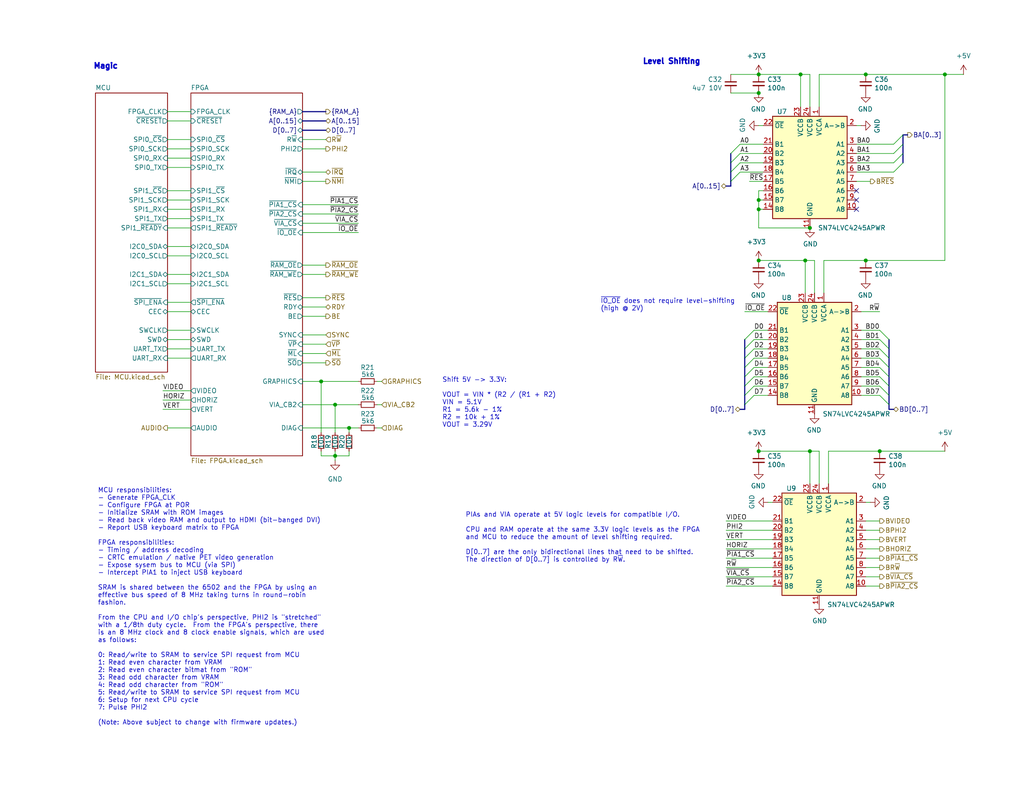
<source format=kicad_sch>
(kicad_sch (version 20231120) (generator "eeschema") (generator_version "8.0")
  (paper "A")
  (title_block (title "EconoPET 40/8096") (date "2023-10-01") (rev "A") (comment 1 "Unspecified resistors rated for 62.5mW or more") (comment 2 "Unspecified capacitors rated for 25V or more") (comment 3 "Signals with B-prefix are level-shifted from 3V3 to 5V"))
  (lib_symbols
    (symbol "Device:C_Small" (pin_numbers hide) (pin_names (offset 0.254) hide)
      (property "Reference" "C" (at 0.254 1.778 0))
      (property "Value" "C_Small" (at 0.254 -2.032 0))
      (symbol "C_Small_0_1"
        (polyline (pts (xy -1.524 -0.508) (xy 1.524 -0.508)) (stroke (width 0.3302)))
        (polyline (pts (xy -1.524 0.508) (xy 1.524 0.508)) (stroke (width 0.3048)))
      )
      (symbol "C_Small_1_1"
        (pin passive line (at 0 2.54 270) (length 2.032) (name "~") (number "1"))
        (pin passive line (at 0 -2.54 90) (length 2.032) (name "~") (number "2"))
      )
    )
    (symbol "Device:R_Small" (pin_numbers hide) (pin_names (offset 0.254) hide)
      (property "Reference" "R" (at 0.762 0.508 0))
      (property "Value" "R_Small" (at 0.762 -1.016 0))
      (symbol "R_Small_0_1"
        (rectangle (start -0.762 1.778) (end 0.762 -1.778) (stroke (width 0.2032)))
      )
      (symbol "R_Small_1_1"
        (pin passive line (at 0 2.54 270) (length 0.762) (name "~") (number "1"))
        (pin passive line (at 0 -2.54 90) (length 0.762) (name "~") (number "2"))
      )
    )
    (symbol "EconoPET:SN74LVC8T245"
      (property "Reference" "U" (at 7.62 13.97 0))
      (property "Value" "SN74LVC4245APWR" (at -11.43 -17.78 0))
      (symbol "SN74LVC8T245_0_1"
        (rectangle (start -10.16 12.7) (end 10.16 -15.24) (stroke (width 0.254)) (fill (type background)))
      )
      (symbol "SN74LVC8T245_1_1"
        (pin power_in line (at -2.54 15.24 270) (length 2.54) (name "VCCA") (number "1"))
        (pin bidirectional line (at -12.7 -12.7 0) (length 2.54) (name "A8") (number "10"))
        (pin power_in line (at 0 -17.78 90) (length 2.54) (name "GND") (number "11"))
        (pin passive line (at 0 -17.78 90) (length 2.54) hide (name "GND") (number "12"))
        (pin passive line (at 0 -17.78 90) (length 2.54) hide (name "GND") (number "13"))
        (pin bidirectional line (at 12.7 -12.7 180) (length 2.54) (name "B8") (number "14"))
        (pin bidirectional line (at 12.7 -10.16 180) (length 2.54) (name "B7") (number "15"))
        (pin bidirectional line (at 12.7 -7.62 180) (length 2.54) (name "B6") (number "16"))
        (pin bidirectional line (at 12.7 -5.08 180) (length 2.54) (name "B5") (number "17"))
        (pin bidirectional line (at 12.7 -2.54 180) (length 2.54) (name "B4") (number "18"))
        (pin bidirectional line (at 12.7 0 180) (length 2.54) (name "B3") (number "19"))
        (pin input line (at -12.7 10.16 0) (length 2.54) (name "A->B") (number "2"))
        (pin bidirectional line (at 12.7 2.54 180) (length 2.54) (name "B2") (number "20"))
        (pin bidirectional line (at 12.7 5.08 180) (length 2.54) (name "B1") (number "21"))
        (pin input line (at 12.7 10.16 180) (length 2.54) (name "~{OE}") (number "22"))
        (pin power_in line (at 2.54 15.24 270) (length 2.54) (name "VCCB") (number "23"))
        (pin power_in line (at 0 15.24 270) (length 2.54) (name "VCCB") (number "24"))
        (pin bidirectional line (at -12.7 5.08 0) (length 2.54) (name "A1") (number "3"))
        (pin bidirectional line (at -12.7 2.54 0) (length 2.54) (name "A2") (number "4"))
        (pin bidirectional line (at -12.7 0 0) (length 2.54) (name "A3") (number "5"))
        (pin bidirectional line (at -12.7 -2.54 0) (length 2.54) (name "A4") (number "6"))
        (pin bidirectional line (at -12.7 -5.08 0) (length 2.54) (name "A5") (number "7"))
        (pin bidirectional line (at -12.7 -7.62 0) (length 2.54) (name "A6") (number "8"))
        (pin bidirectional line (at -12.7 -10.16 0) (length 2.54) (name "A7") (number "9"))
      )
    )
    (symbol "power:+3V3" (power) (pin_numbers hide) (pin_names (offset 0) hide)
      (property "Value" "+3V3" (at 0 3.556 0))
      (symbol "+3V3_0_1"
        (polyline (pts (xy -0.762 1.27) (xy 0 2.54)))
        (polyline (pts (xy 0 0) (xy 0 2.54)))
        (polyline (pts (xy 0 2.54) (xy 0.762 1.27)))
      )
      (symbol "+3V3_1_1"
        (pin power_in line (at 0 0 90) (length 0) (name "~") (number "1"))
      )
    )
    (symbol "power:+5V" (power) (pin_numbers hide) (pin_names (offset 0) hide)
      (property "Value" "+5V" (at 0 3.556 0))
      (symbol "+5V_0_1"
        (polyline (pts (xy -0.762 1.27) (xy 0 2.54)))
        (polyline (pts (xy 0 0) (xy 0 2.54)))
        (polyline (pts (xy 0 2.54) (xy 0.762 1.27)))
      )
      (symbol "+5V_1_1"
        (pin power_in line (at 0 0 90) (length 0) (name "~") (number "1"))
      )
    )
    (symbol "power:GND" (power) (pin_numbers hide) (pin_names (offset 0) hide)
      (property "Value" "GND" (at 0 -3.81 0))
      (symbol "GND_0_1"
        (polyline (pts (xy 0 0) (xy 0 -1.27) (xy 1.27 -1.27) (xy 0 -2.54) (xy -1.27 -1.27) (xy 0 -1.27)))
      )
      (symbol "GND_1_1"
        (pin power_in line (at 0 0 270) (length 0) (name "~") (number "1"))
      )
    )
  )
  (junction (at 218.44 20.32))
  (junction (at 207.01 57.15))
  (junction (at 220.98 62.23))
  (junction (at 91.44 124.46))
  (junction (at 207.01 71.12))
  (junction (at 207.01 20.32))
  (junction (at 236.22 20.32))
  (junction (at 219.71 71.12))
  (junction (at 207.01 123.19))
  (junction (at 91.44 110.49))
  (junction (at 257.81 20.32))
  (junction (at 220.98 123.19))
  (junction (at 207.01 54.61))
  (junction (at 236.22 71.12))
  (junction (at 95.25 116.84))
  (junction (at 87.63 104.14))
  (junction (at 240.03 123.19))
  (junction (at 207.01 25.4))
  (no_connect (at 233.68 52.07))
  (no_connect (at 233.68 54.61))
  (no_connect (at 233.68 57.15))
  (bus_entry (at 240.03 90.17) (size 2.54 2.54))
  (bus_entry (at 205.74 102.87) (size -2.54 2.54))
  (bus_entry (at 243.84 39.37) (size 2.54 -2.54))
  (bus_entry (at 240.03 97.79) (size 2.54 2.54))
  (bus_entry (at 240.03 92.71) (size 2.54 2.54))
  (bus_entry (at 240.03 107.95) (size 2.54 2.54))
  (bus_entry (at 205.74 90.17) (size -2.54 2.54))
  (bus_entry (at 201.93 44.45) (size -2.54 2.54))
  (bus_entry (at 201.93 39.37) (size -2.54 2.54))
  (bus_entry (at 205.74 100.33) (size -2.54 2.54))
  (bus_entry (at 205.74 92.71) (size -2.54 2.54))
  (bus_entry (at 243.84 46.99) (size 2.54 -2.54))
  (bus_entry (at 240.03 105.41) (size 2.54 2.54))
  (bus_entry (at 205.74 107.95) (size -2.54 2.54))
  (bus_entry (at 205.74 95.25) (size -2.54 2.54))
  (bus_entry (at 243.84 44.45) (size 2.54 -2.54))
  (bus_entry (at 201.93 46.99) (size -2.54 2.54))
  (bus_entry (at 240.03 100.33) (size 2.54 2.54))
  (bus_entry (at 205.74 105.41) (size -2.54 2.54))
  (bus_entry (at 205.74 97.79) (size -2.54 2.54))
  (bus_entry (at 240.03 102.87) (size 2.54 2.54))
  (bus_entry (at 243.84 41.91) (size 2.54 -2.54))
  (bus_entry (at 201.93 41.91) (size -2.54 2.54))
  (bus_entry (at 240.03 95.25) (size 2.54 2.54))
  (wire (pts (xy 198.12 157.48) (xy 210.82 157.48)))
  (bus (pts (xy 201.93 111.76) (xy 203.2 111.76)))
  (wire (pts (xy 240.03 90.17) (xy 234.95 90.17)))
  (wire (pts (xy 257.81 20.32) (xy 262.89 20.32)))
  (wire (pts (xy 45.72 95.25) (xy 52.07 95.25)))
  (wire (pts (xy 82.55 116.84) (xy 95.25 116.84)))
  (wire (pts (xy 203.2 85.09) (xy 209.55 85.09)))
  (wire (pts (xy 82.55 46.99) (xy 88.9 46.99)))
  (wire (pts (xy 209.55 137.16) (xy 210.82 137.16)))
  (wire (pts (xy 205.74 107.95) (xy 209.55 107.95)))
  (wire (pts (xy 205.74 102.87) (xy 209.55 102.87)))
  (wire (pts (xy 45.72 43.18) (xy 52.07 43.18)))
  (wire (pts (xy 226.06 123.19) (xy 226.06 132.08)))
  (wire (pts (xy 102.87 104.14) (xy 104.14 104.14)))
  (wire (pts (xy 223.52 20.32) (xy 236.22 20.32)))
  (wire (pts (xy 82.55 91.44) (xy 88.9 91.44)))
  (wire (pts (xy 222.25 71.12) (xy 219.71 71.12)))
  (wire (pts (xy 233.68 39.37) (xy 243.84 39.37)))
  (wire (pts (xy 223.52 20.32) (xy 223.52 29.21)))
  (bus (pts (xy 203.2 92.71) (xy 203.2 95.25)))
  (bus (pts (xy 242.57 102.87) (xy 242.57 105.41)))
  (wire (pts (xy 240.03 100.33) (xy 234.95 100.33)))
  (wire (pts (xy 233.68 34.29) (xy 234.95 34.29)))
  (wire (pts (xy 82.55 49.53) (xy 88.9 49.53)))
  (wire (pts (xy 205.74 95.25) (xy 209.55 95.25)))
  (wire (pts (xy 102.87 110.49) (xy 104.14 110.49)))
  (wire (pts (xy 91.44 124.46) (xy 91.44 125.73)))
  (bus (pts (xy 203.2 105.41) (xy 203.2 107.95)))
  (wire (pts (xy 220.98 123.19) (xy 220.98 132.08)))
  (bus (pts (xy 199.39 44.45) (xy 199.39 41.91)))
  (wire (pts (xy 82.55 60.96) (xy 97.79 60.96)))
  (wire (pts (xy 218.44 20.32) (xy 218.44 29.21)))
  (wire (pts (xy 240.03 105.41) (xy 234.95 105.41)))
  (wire (pts (xy 82.55 99.06) (xy 88.9 99.06)))
  (wire (pts (xy 82.55 63.5) (xy 97.79 63.5)))
  (wire (pts (xy 198.12 154.94) (xy 210.82 154.94)))
  (wire (pts (xy 219.71 71.12) (xy 219.71 80.01)))
  (wire (pts (xy 207.01 54.61) (xy 208.28 54.61)))
  (wire (pts (xy 208.28 49.53) (xy 204.47 49.53)))
  (bus (pts (xy 199.39 49.53) (xy 199.39 50.8)))
  (wire (pts (xy 95.25 123.19) (xy 95.25 124.46)))
  (wire (pts (xy 207.01 54.61) (xy 207.01 57.15)))
  (wire (pts (xy 45.72 85.09) (xy 52.07 85.09)))
  (wire (pts (xy 45.72 67.31) (xy 52.07 67.31)))
  (wire (pts (xy 223.52 123.19) (xy 220.98 123.19)))
  (wire (pts (xy 82.55 72.39) (xy 88.9 72.39)))
  (wire (pts (xy 208.28 52.07) (xy 207.01 52.07)))
  (wire (pts (xy 208.28 39.37) (xy 201.93 39.37)))
  (bus (pts (xy 242.57 92.71) (xy 242.57 95.25)))
  (bus (pts (xy 246.38 41.91) (xy 246.38 44.45)))
  (wire (pts (xy 257.81 71.12) (xy 257.81 20.32)))
  (wire (pts (xy 205.74 100.33) (xy 209.55 100.33)))
  (wire (pts (xy 233.68 44.45) (xy 243.84 44.45)))
  (wire (pts (xy 82.55 55.88) (xy 97.79 55.88)))
  (wire (pts (xy 95.25 116.84) (xy 97.79 116.84)))
  (wire (pts (xy 91.44 110.49) (xy 97.79 110.49)))
  (wire (pts (xy 45.72 77.47) (xy 52.07 77.47)))
  (wire (pts (xy 201.93 46.99) (xy 208.28 46.99)))
  (wire (pts (xy 82.55 86.36) (xy 88.9 86.36)))
  (bus (pts (xy 203.2 95.25) (xy 203.2 97.79)))
  (wire (pts (xy 87.63 104.14) (xy 87.63 118.11)))
  (bus (pts (xy 242.57 105.41) (xy 242.57 107.95)))
  (wire (pts (xy 45.72 30.48) (xy 52.07 30.48)))
  (wire (pts (xy 207.01 71.12) (xy 219.71 71.12)))
  (wire (pts (xy 236.22 152.4) (xy 240.03 152.4)))
  (bus (pts (xy 203.2 102.87) (xy 203.2 105.41)))
  (wire (pts (xy 207.01 34.29) (xy 208.28 34.29)))
  (wire (pts (xy 207.01 123.19) (xy 220.98 123.19)))
  (wire (pts (xy 87.63 124.46) (xy 91.44 124.46)))
  (wire (pts (xy 102.87 116.84) (xy 104.14 116.84)))
  (wire (pts (xy 208.28 44.45) (xy 201.93 44.45)))
  (bus (pts (xy 242.57 97.79) (xy 242.57 100.33)))
  (wire (pts (xy 199.39 25.4) (xy 207.01 25.4)))
  (wire (pts (xy 208.28 41.91) (xy 201.93 41.91)))
  (bus (pts (xy 82.55 35.56) (xy 88.9 35.56)))
  (bus (pts (xy 243.84 111.76) (xy 242.57 111.76)))
  (bus (pts (xy 246.38 39.37) (xy 246.38 41.91)))
  (wire (pts (xy 91.44 123.19) (xy 91.44 124.46)))
  (wire (pts (xy 198.12 142.24) (xy 210.82 142.24)))
  (wire (pts (xy 205.74 105.41) (xy 209.55 105.41)))
  (bus (pts (xy 246.38 36.83) (xy 246.38 39.37)))
  (wire (pts (xy 199.39 20.32) (xy 207.01 20.32)))
  (wire (pts (xy 240.03 107.95) (xy 234.95 107.95)))
  (wire (pts (xy 198.12 160.02) (xy 210.82 160.02)))
  (wire (pts (xy 220.98 62.23) (xy 207.01 62.23)))
  (wire (pts (xy 240.03 97.79) (xy 234.95 97.79)))
  (wire (pts (xy 91.44 124.46) (xy 95.25 124.46)))
  (bus (pts (xy 199.39 46.99) (xy 199.39 44.45)))
  (wire (pts (xy 220.98 20.32) (xy 220.98 29.21)))
  (wire (pts (xy 87.63 104.14) (xy 97.79 104.14)))
  (wire (pts (xy 236.22 157.48) (xy 240.03 157.48)))
  (wire (pts (xy 210.82 144.78) (xy 198.12 144.78)))
  (wire (pts (xy 45.72 33.02) (xy 52.07 33.02)))
  (wire (pts (xy 240.03 123.19) (xy 257.81 123.19)))
  (wire (pts (xy 45.72 57.15) (xy 52.07 57.15)))
  (wire (pts (xy 207.01 57.15) (xy 208.28 57.15)))
  (wire (pts (xy 240.03 102.87) (xy 234.95 102.87)))
  (wire (pts (xy 45.72 38.1) (xy 52.07 38.1)))
  (wire (pts (xy 207.01 20.32) (xy 218.44 20.32)))
  (wire (pts (xy 205.74 97.79) (xy 209.55 97.79)))
  (wire (pts (xy 45.72 97.79) (xy 52.07 97.79)))
  (wire (pts (xy 198.12 152.4) (xy 210.82 152.4)))
  (wire (pts (xy 82.55 96.52) (xy 88.9 96.52)))
  (wire (pts (xy 240.03 92.71) (xy 234.95 92.71)))
  (wire (pts (xy 236.22 20.32) (xy 257.81 20.32)))
  (wire (pts (xy 233.68 46.99) (xy 243.84 46.99)))
  (wire (pts (xy 222.25 80.01) (xy 222.25 71.12)))
  (wire (pts (xy 224.79 71.12) (xy 236.22 71.12)))
  (wire (pts (xy 52.07 111.76) (xy 44.45 111.76)))
  (wire (pts (xy 95.25 116.84) (xy 95.25 118.11)))
  (bus (pts (xy 242.57 95.25) (xy 242.57 97.79)))
  (wire (pts (xy 233.68 41.91) (xy 243.84 41.91)))
  (wire (pts (xy 224.79 71.12) (xy 224.79 80.01)))
  (wire (pts (xy 205.74 90.17) (xy 209.55 90.17)))
  (wire (pts (xy 240.03 95.25) (xy 234.95 95.25)))
  (wire (pts (xy 82.55 110.49) (xy 91.44 110.49)))
  (wire (pts (xy 45.72 59.69) (xy 52.07 59.69)))
  (wire (pts (xy 237.49 137.16) (xy 236.22 137.16)))
  (bus (pts (xy 203.2 110.49) (xy 203.2 111.76)))
  (wire (pts (xy 45.72 54.61) (xy 52.07 54.61)))
  (wire (pts (xy 45.72 69.85) (xy 52.07 69.85)))
  (wire (pts (xy 82.55 58.42) (xy 97.79 58.42)))
  (wire (pts (xy 218.44 20.32) (xy 220.98 20.32)))
  (wire (pts (xy 45.72 116.84) (xy 52.07 116.84)))
  (wire (pts (xy 236.22 71.12) (xy 257.81 71.12)))
  (wire (pts (xy 236.22 154.94) (xy 240.03 154.94)))
  (bus (pts (xy 242.57 110.49) (xy 242.57 111.76)))
  (wire (pts (xy 82.55 83.82) (xy 88.9 83.82)))
  (wire (pts (xy 240.03 149.86) (xy 236.22 149.86)))
  (wire (pts (xy 52.07 109.22) (xy 44.45 109.22)))
  (bus (pts (xy 199.39 49.53) (xy 199.39 46.99)))
  (wire (pts (xy 236.22 142.24) (xy 240.03 142.24)))
  (wire (pts (xy 82.55 74.93) (xy 88.9 74.93)))
  (wire (pts (xy 45.72 74.93) (xy 52.07 74.93)))
  (wire (pts (xy 87.63 123.19) (xy 87.63 124.46)))
  (wire (pts (xy 210.82 147.32) (xy 198.12 147.32)))
  (wire (pts (xy 45.72 52.07) (xy 52.07 52.07)))
  (wire (pts (xy 226.06 123.19) (xy 240.03 123.19)))
  (wire (pts (xy 91.44 110.49) (xy 91.44 118.11)))
  (bus (pts (xy 203.2 100.33) (xy 203.2 102.87)))
  (wire (pts (xy 45.72 40.64) (xy 52.07 40.64)))
  (wire (pts (xy 207.01 52.07) (xy 207.01 54.61)))
  (bus (pts (xy 242.57 107.95) (xy 242.57 110.49)))
  (wire (pts (xy 82.55 104.14) (xy 87.63 104.14)))
  (wire (pts (xy 52.07 106.68) (xy 44.45 106.68)))
  (wire (pts (xy 236.22 160.02) (xy 240.03 160.02)))
  (wire (pts (xy 45.72 62.23) (xy 52.07 62.23)))
  (bus (pts (xy 203.2 107.95) (xy 203.2 110.49)))
  (bus (pts (xy 247.65 36.83) (xy 246.38 36.83)))
  (wire (pts (xy 82.55 38.1) (xy 88.9 38.1)))
  (bus (pts (xy 198.12 50.8) (xy 199.39 50.8)))
  (bus (pts (xy 82.55 33.02) (xy 88.9 33.02)))
  (wire (pts (xy 82.55 93.98) (xy 88.9 93.98)))
  (wire (pts (xy 45.72 82.55) (xy 52.07 82.55)))
  (wire (pts (xy 205.74 92.71) (xy 209.55 92.71)))
  (wire (pts (xy 207.01 62.23) (xy 207.01 57.15)))
  (wire (pts (xy 82.55 81.28) (xy 88.9 81.28)))
  (wire (pts (xy 45.72 90.17) (xy 52.07 90.17)))
  (bus (pts (xy 82.55 30.48) (xy 88.9 30.48)))
  (wire (pts (xy 236.22 144.78) (xy 240.03 144.78)))
  (bus (pts (xy 242.57 100.33) (xy 242.57 102.87)))
  (wire (pts (xy 82.55 40.64) (xy 88.9 40.64)))
  (wire (pts (xy 236.22 147.32) (xy 240.03 147.32)))
  (wire (pts (xy 210.82 149.86) (xy 198.12 149.86)))
  (wire (pts (xy 234.95 85.09) (xy 240.03 85.09)))
  (bus (pts (xy 203.2 97.79) (xy 203.2 100.33)))
  (wire (pts (xy 223.52 132.08) (xy 223.52 123.19)))
  (wire (pts (xy 45.72 45.72) (xy 52.07 45.72)))
  (wire (pts (xy 45.72 92.71) (xy 52.07 92.71)))
  (wire (pts (xy 233.68 49.53) (xy 237.49 49.53)))
  (text "PIAs and VIA operate at 5V logic levels for compatible I/O.\n\nCPU and RAM operate at the same 3.3V logic levels as the FPGA\nand MCU to reduce the amount of level shifting required.\n\nD[0..7] are the only bidirectional lines that need to be shifted.\nThe direction of D[0..7] is controlled by R~{W}." (at 127 153.67 0) (effects (font (size 1.27 1.27)) (justify left bottom)))
  (text "Level Shifting" (at 175.26 17.78 0) (effects (font (size 1.5 1.5) (thickness 0.8) (bold yes)) (justify left bottom)))
  (text "Magic" (at 25.4 19.05 0) (effects (font (size 1.5 1.5) (thickness 0.8) (bold yes)) (justify left bottom)))
  (text "MCU responsibilities:\n- Generate FPGA_CLK\n- Configure FPGA at POR\n- Initialize SRAM with ROM images\n- Read back video RAM and output to HDMI (bit-banged DVI)\n- Report USB keyboard matrix to FPGA\n\nFPGA responsibilities:\n- Timing / address decoding\n- CRTC emulation / native PET video generation\n- Expose sysem bus to MCU (via SPI)\n- Intercept PIA1 to inject USB keyboard\n\nSRAM is shared between the 6502 and the FPGA by using an\neffective bus speed of 8 MHz taking turns in round-robin\nfashion.\n\nFrom the CPU and I/O chip's perspective, PHI2 is \"stretched\"\nwith a 1/8th duty cycle.  From the FPGA's perspective, there\nis an 8 MHz clock and 8 clock enable signals, which are used\nas follows:\n\n0: Read/write to SRAM to service SPI request from MCU\n1: Read even character from VRAM\n2: Read even character bitmat from \"ROM\"\n3: Read odd character from VRAM\n4: Read odd character from \"ROM\"\n5: Read/write to SRAM to service SPI request from MCU\n6: Setup for next CPU cycle\n7: Pulse PHI2\n\n(Note: Above subject to change with firmware updates.)" (at 26.67 198.12 0) (effects (font (size 1.27 1.27)) (justify left bottom)))
  (text "~{IO_OE} does not require level-shifting\n(high @ 2V)" (at 163.83 85.09 0) (effects (font (size 1.27 1.27)) (justify left bottom)))
  (text "Shift 5V -> 3.3V:\n\nVOUT = VIN * (R2 / (R1 + R2)\nVIN = 5.1V\nR1 = 5.6k - 1%\nR2 = 10k + 1%\nVOUT = 3.29V" (at 120.65 116.84 0) (effects (font (size 1.27 1.27)) (justify left bottom)))
  (label "~{IO_OE}" (at 203.2 85.09 0))
  (label "~{IO_OE}" (at 97.79 63.5 180))
  (label "BA3" (at 237.49 46.99 180))
  (label "D7" (at 205.74 107.95 0))
  (label "D0" (at 205.74 90.17 0))
  (label "A1" (at 201.93 41.91 0))
  (label "BA1" (at 237.49 41.91 180))
  (label "BD5" (at 240.03 102.87 180))
  (label "BD7" (at 240.03 107.95 180))
  (label "A0" (at 201.93 39.37 0))
  (label "~{RES}" (at 204.47 49.53 0))
  (label "~{PIA1_CS}" (at 97.79 55.88 180))
  (label "A2" (at 201.93 44.45 0))
  (label "PHI2" (at 198.12 144.78 0))
  (label "BD6" (at 240.03 105.41 180))
  (label "D1" (at 205.74 92.71 0))
  (label "~{VIA_CS}" (at 97.79 60.96 180))
  (label "HORIZ" (at 44.45 109.22 0))
  (label "A3" (at 201.93 46.99 0))
  (label "D2" (at 205.74 95.25 0))
  (label "R~{W}" (at 240.03 85.09 180))
  (label "D4" (at 205.74 100.33 0))
  (label "~{PIA1_CS}" (at 198.12 152.4 0))
  (label "D3" (at 205.74 97.79 0))
  (label "R~{W}" (at 198.12 154.94 0))
  (label "BD3" (at 240.03 97.79 180))
  (label "~{PIA2_CS}" (at 97.79 58.42 180))
  (label "D5" (at 205.74 102.87 0))
  (label "~{VIA_CS}" (at 198.12 157.48 0))
  (label "BD0" (at 240.03 90.17 180))
  (label "VERT" (at 44.45 111.76 0))
  (label "D6" (at 205.74 105.41 0))
  (label "HORIZ" (at 198.12 149.86 0))
  (label "BA2" (at 237.49 44.45 180))
  (label "VIDEO" (at 44.45 106.68 0))
  (label "VIDEO" (at 198.12 142.24 0))
  (label "BD4" (at 240.03 100.33 180))
  (label "BD1" (at 240.03 92.71 180))
  (label "~{PIA2_CS}" (at 198.12 160.02 0))
  (label "VERT" (at 198.12 147.32 0))
  (label "BD2" (at 240.03 95.25 180))
  (label "BA0" (at 237.49 39.37 180))
  (hierarchical_label "~{NMI}" (shape output) (at 88.9 49.53 0))
  (hierarchical_label "~{SO}" (shape output) (at 88.9 99.06 0))
  (hierarchical_label "{RAM_A}" (shape output) (at 88.9 30.48 0))
  (hierarchical_label "PHI2" (shape output) (at 88.9 40.64 0))
  (hierarchical_label "R~{W}" (shape input) (at 88.9 38.1 0))
  (hierarchical_label "B~{PIA1_CS}" (shape output) (at 240.03 152.4 0))
  (hierarchical_label "SYNC" (shape input) (at 88.9 91.44 0))
  (hierarchical_label "DIAG" (shape input) (at 104.14 116.84 0))
  (hierarchical_label "RDY" (shape bidirectional) (at 88.9 83.82 0))
  (hierarchical_label "D[0..7]" (shape bidirectional) (at 88.9 35.56 0))
  (hierarchical_label "B~{RES}" (shape output) (at 237.49 49.53 0))
  (hierarchical_label "D[0..7]" (shape bidirectional) (at 201.93 111.76 180))
  (hierarchical_label "~{ML}" (shape input) (at 88.9 96.52 0))
  (hierarchical_label "B~{PIA2_CS}" (shape output) (at 240.03 160.02 0))
  (hierarchical_label "A[0..15]" (shape bidirectional) (at 198.12 50.8 180))
  (hierarchical_label "BVIDEO" (shape output) (at 240.03 142.24 0))
  (hierarchical_label "~{RES}" (shape output) (at 88.9 81.28 0))
  (hierarchical_label "AUDIO" (shape output) (at 45.72 116.84 180))
  (hierarchical_label "BD[0..7]" (shape bidirectional) (at 243.84 111.76 0))
  (hierarchical_label "VIA_CB2" (shape input) (at 104.14 110.49 0))
  (hierarchical_label "B~{VIA_CS}" (shape output) (at 240.03 157.48 0))
  (hierarchical_label "BHORIZ" (shape output) (at 240.03 149.86 0))
  (hierarchical_label "~{IRQ}" (shape bidirectional) (at 88.9 46.99 0))
  (hierarchical_label "BE" (shape output) (at 88.9 86.36 0))
  (hierarchical_label "BA[0..3]" (shape output) (at 247.65 36.83 0))
  (hierarchical_label "BR~{W}" (shape output) (at 240.03 154.94 0))
  (hierarchical_label "BVERT" (shape output) (at 240.03 147.32 0))
  (hierarchical_label "~{RAM_WE}" (shape output) (at 88.9 74.93 0))
  (hierarchical_label "~{RAM_OE}" (shape output) (at 88.9 72.39 0))
  (hierarchical_label "~{VP}" (shape input) (at 88.9 93.98 0))
  (hierarchical_label "BPHI2" (shape output) (at 240.03 144.78 0))
  (hierarchical_label "A[0..15]" (shape bidirectional) (at 88.9 33.02 0))
  (hierarchical_label "GRAPHICS" (shape input) (at 104.14 104.14 0))
  (symbol (lib_id "EconoPET:SN74LVC8T245") (at 220.98 44.45 0) (mirror y) (unit 1)
    (property "Reference" "U7" (at 213.36 30.48 0))
    (property "Value" "SN74LVC4245APWR" (at 232.41 62.23 0))
    (property "Footprint" "Package_SO:TSSOP-24_4.4x7.8mm_P0.65mm" (effects (hide yes)))
    (property "Datasheet" "https://www.lcsc.com/datasheet/lcsc_datasheet_1809192324_Texas-Instruments-SN74LVC4245APWR_C7859.pdf" (effects (hide yes)))
    (property "LCSC" "C7859" (effects (hide yes)))
  )
  (symbol (lib_id "EconoPET:SN74LVC8T245") (at 223.52 147.32 0) (mirror y) (unit 1)
    (property "Reference" "U9" (at 215.9 133.35 0))
    (property "Value" "SN74LVC4245APWR" (at 234.95 165.1 0))
    (property "Footprint" "Package_SO:TSSOP-24_4.4x7.8mm_P0.65mm" (effects (hide yes)))
    (property "Datasheet" "https://www.lcsc.com/datasheet/lcsc_datasheet_1809192324_Texas-Instruments-SN74LVC4245APWR_C7859.pdf" (effects (hide yes)))
    (property "LCSC" "C7859" (effects (hide yes)))
  )
  (symbol (lib_id "EconoPET:SN74LVC8T245") (at 222.25 95.25 0) (mirror y) (unit 1)
    (property "Reference" "U8" (at 214.63 81.28 0))
    (property "Value" "SN74LVC4245APWR" (at 233.68 113.03 0))
    (property "Footprint" "Package_SO:TSSOP-24_4.4x7.8mm_P0.65mm" (effects (hide yes)))
    (property "Datasheet" "https://www.lcsc.com/datasheet/lcsc_datasheet_1809192324_Texas-Instruments-SN74LVC4245APWR_C7859.pdf" (effects (hide yes)))
    (property "LCSC" "C7859" (effects (hide yes)))
  )
  (symbol (lib_id "power:+3V3") (at 207.01 71.12 0) (mirror y) (unit 1)
    (property "Reference" "#PWR038" (effects (hide yes)))
    (property "Value" "+3V3" (at 206.375 66.04 0))
    (property "Description" "Power symbol creates a global label with name \"+3V3\"" (effects (hide yes)))
  )
  (symbol (lib_id "power:GND") (at 220.98 62.23 0) (unit 1)
    (property "Reference" "#PWR043" (effects (hide yes)))
    (property "Value" "GND" (at 221.107 66.6242 0))
    (property "Description" "Power symbol creates a global label with name \"GND\" , ground" (effects (hide yes)))
  )
  (symbol (lib_id "power:GND") (at 222.25 113.03 0) (mirror y) (unit 1)
    (property "Reference" "#PWR044" (effects (hide yes)))
    (property "Value" "GND" (at 222.123 117.4242 0))
    (property "Description" "Power symbol creates a global label with name \"GND\" , ground" (effects (hide yes)))
  )
  (symbol (lib_id "power:GND") (at 223.52 165.1 0) (unit 1)
    (property "Reference" "#PWR045" (effects (hide yes)))
    (property "Value" "GND" (at 223.647 169.4942 0))
    (property "Description" "Power symbol creates a global label with name \"GND\" , ground" (effects (hide yes)))
  )
  (symbol (lib_id "power:+3V3") (at 207.01 20.32 0) (mirror y) (unit 1)
    (property "Reference" "#PWR035" (effects (hide yes)))
    (property "Value" "+3V3" (at 206.375 15.24 0))
    (property "Description" "Power symbol creates a global label with name \"+3V3\"" (effects (hide yes)))
  )
  (symbol (lib_id "power:GND") (at 207.01 34.29 270) (mirror x) (unit 1)
    (property "Reference" "#PWR037" (effects (hide yes)))
    (property "Value" "GND" (at 202.6158 34.163 0))
    (property "Description" "Power symbol creates a global label with name \"GND\" , ground" (effects (hide yes)))
  )
  (symbol (lib_id "Device:C_Small") (at 207.01 22.86 0) (unit 1)
    (property "Reference" "C33" (at 209.3468 21.6916 0) (effects (justify left)))
    (property "Value" "100n" (at 209.3468 24.003 0) (effects (justify left)))
    (property "Footprint" "Capacitor_SMD:C_0402_1005Metric" (effects (hide yes)))
    (property "Datasheet" "https://product.samsungsem.com/mlcc/CL05B104KB54PN.do" (effects (hide yes)))
    (property "LCSC" "C307331" (effects (hide yes)))
  )
  (symbol (lib_id "Device:C_Small") (at 207.01 125.73 0) (unit 1)
    (property "Reference" "C35" (at 209.3468 124.5616 0) (effects (justify left)))
    (property "Value" "100n" (at 209.3468 126.873 0) (effects (justify left)))
    (property "Footprint" "Capacitor_SMD:C_0402_1005Metric" (effects (hide yes)))
    (property "Datasheet" "https://product.samsungsem.com/mlcc/CL05B104KB54PN.do" (effects (hide yes)))
    (property "LCSC" "C307331" (effects (hide yes)))
  )
  (symbol (lib_id "power:GND") (at 209.55 137.16 270) (mirror x) (unit 1)
    (property "Reference" "#PWR042" (effects (hide yes)))
    (property "Value" "GND" (at 205.1558 137.033 0))
    (property "Description" "Power symbol creates a global label with name \"GND\" , ground" (effects (hide yes)))
  )
  (symbol (lib_id "power:GND") (at 237.49 137.16 90) (mirror x) (unit 1)
    (property "Reference" "#PWR049" (effects (hide yes)))
    (property "Value" "GND" (at 241.8842 137.287 0))
    (property "Description" "Power symbol creates a global label with name \"GND\" , ground" (effects (hide yes)))
  )
  (symbol (lib_id "power:GND") (at 234.95 34.29 90) (mirror x) (unit 1)
    (property "Reference" "#PWR046" (effects (hide yes)))
    (property "Value" "GND" (at 239.3442 34.417 0))
    (property "Description" "Power symbol creates a global label with name \"GND\" , ground" (effects (hide yes)))
  )
  (symbol (lib_id "Device:C_Small") (at 236.22 22.86 0) (unit 1)
    (property "Reference" "C36" (at 238.5568 21.6916 0) (effects (justify left)))
    (property "Value" "100n" (at 238.5568 24.003 0) (effects (justify left)))
    (property "Footprint" "Capacitor_SMD:C_0402_1005Metric" (effects (hide yes)))
    (property "Datasheet" "https://product.samsungsem.com/mlcc/CL05B104KB54PN.do" (effects (hide yes)))
    (property "LCSC" "C307331" (effects (hide yes)))
  )
  (symbol (lib_id "Device:C_Small") (at 240.03 125.73 0) (unit 1)
    (property "Reference" "C38" (at 242.3668 124.5616 0) (effects (justify left)))
    (property "Value" "100n" (at 242.3668 126.873 0) (effects (justify left)))
    (property "Footprint" "Capacitor_SMD:C_0402_1005Metric" (effects (hide yes)))
    (property "Datasheet" "https://product.samsungsem.com/mlcc/CL05B104KB54PN.do" (effects (hide yes)))
    (property "LCSC" "C307331" (effects (hide yes)))
  )
  (symbol (lib_id "Device:C_Small") (at 236.22 73.66 0) (unit 1)
    (property "Reference" "C37" (at 238.5568 72.4916 0) (effects (justify left)))
    (property "Value" "100n" (at 238.5568 74.803 0) (effects (justify left)))
    (property "Footprint" "Capacitor_SMD:C_0402_1005Metric" (effects (hide yes)))
    (property "Datasheet" "https://product.samsungsem.com/mlcc/CL05B104KB54PN.do" (effects (hide yes)))
    (property "LCSC" "C307331" (effects (hide yes)))
  )
  (symbol (lib_id "Device:C_Small") (at 207.01 73.66 0) (unit 1)
    (property "Reference" "C34" (at 209.3468 72.4916 0) (effects (justify left)))
    (property "Value" "100n" (at 209.3468 74.803 0) (effects (justify left)))
    (property "Footprint" "Capacitor_SMD:C_0402_1005Metric" (effects (hide yes)))
    (property "Datasheet" "https://product.samsungsem.com/mlcc/CL05B104KB54PN.do" (effects (hide yes)))
    (property "LCSC" "C307331" (effects (hide yes)))
  )
  (symbol (lib_id "power:GND") (at 207.01 25.4 0) (mirror y) (unit 1)
    (property "Reference" "#PWR036" (effects (hide yes)))
    (property "Value" "GND" (at 206.883 29.7942 0))
    (property "Description" "Power symbol creates a global label with name \"GND\" , ground" (effects (hide yes)))
  )
  (symbol (lib_id "Device:R_Small") (at 100.33 116.84 90) (unit 1)
    (property "Reference" "R23" (at 102.235 113.03 90) (effects (justify left)))
    (property "Value" "5k6" (at 102.235 114.935 90) (effects (justify left)))
    (property "Footprint" "Resistor_SMD:R_0402_1005Metric" (effects (hide yes)))
    (property "Datasheet" "https://www.lcsc.com/datasheet/lcsc_datasheet_2206010045_UNI-ROYAL-Uniroyal-Elec-0402WGF5601TCE_C25908.pdf" (effects (hide yes)))
    (property "LCSC" "C25908" (effects (hide yes)))
  )
  (symbol (lib_id "power:+5V") (at 257.81 123.19 0) (unit 1)
    (property "Reference" "#PWR051" (effects (hide yes)))
    (property "Value" "+5V" (at 257.81 118.11 0))
    (property "Description" "Power symbol creates a global label with name \"+5V\"" (effects (hide yes)))
  )
  (symbol (lib_id "Device:R_Small") (at 100.33 110.49 90) (unit 1)
    (property "Reference" "R22" (at 102.235 106.68 90) (effects (justify left)))
    (property "Value" "5k6" (at 102.235 108.585 90) (effects (justify left)))
    (property "Footprint" "Resistor_SMD:R_0402_1005Metric" (effects (hide yes)))
    (property "Datasheet" "https://www.lcsc.com/datasheet/lcsc_datasheet_2206010045_UNI-ROYAL-Uniroyal-Elec-0402WGF5601TCE_C25908.pdf" (effects (hide yes)))
    (property "LCSC" "C25908" (effects (hide yes)))
  )
  (symbol (lib_id "Device:R_Small") (at 100.33 104.14 90) (unit 1)
    (property "Reference" "R21" (at 102.235 100.33 90) (effects (justify left)))
    (property "Value" "5k6" (at 102.235 102.235 90) (effects (justify left)))
    (property "Footprint" "Resistor_SMD:R_0402_1005Metric" (effects (hide yes)))
    (property "Datasheet" "https://www.lcsc.com/datasheet/lcsc_datasheet_2206010045_UNI-ROYAL-Uniroyal-Elec-0402WGF5601TCE_C25908.pdf" (effects (hide yes)))
    (property "LCSC" "C25908" (effects (hide yes)))
  )
  (symbol (lib_id "power:GND") (at 91.44 125.73 0) (unit 1)
    (property "Reference" "#PWR034" (effects (hide yes)))
    (property "Value" "GND" (at 91.44 130.81 0))
    (property "Description" "Power symbol creates a global label with name \"GND\" , ground" (effects (hide yes)))
  )
  (symbol (lib_id "power:GND") (at 236.22 76.2 0) (mirror y) (unit 1)
    (property "Reference" "#PWR048" (effects (hide yes)))
    (property "Value" "GND" (at 236.093 80.5942 0))
    (property "Description" "Power symbol creates a global label with name \"GND\" , ground" (effects (hide yes)))
  )
  (symbol (lib_id "Device:R_Small") (at 95.25 120.65 0) (unit 1)
    (property "Reference" "R20" (at 93.345 122.555 90) (effects (justify left)))
    (property "Value" "10k" (at 95.25 122.555 90) (effects (justify left)))
    (property "Footprint" "Resistor_SMD:R_0402_1005Metric" (effects (hide yes)))
    (property "Datasheet" "https://jlcpcb.com/api/file/downloadByFileSystemAccessId/8556212101498380288" (effects (hide yes)))
    (property "LCSC" "C25744" (effects (hide yes)))
  )
  (symbol (lib_id "Device:C_Small") (at 199.39 22.86 0) (mirror y) (unit 1)
    (property "Reference" "C32" (at 197.0532 21.6916 0) (effects (justify left)))
    (property "Value" "4u7 10V" (at 197.0532 24.003 0) (effects (justify left)))
    (property "Footprint" "Capacitor_SMD:C_0402_1005Metric" (effects (hide yes)))
    (property "Datasheet" "https://product.samsungsem.com/mlcc/CL05A475MP5NRN.do" (effects (hide yes)))
    (property "LCSC" "C23733" (effects (hide yes)))
  )
  (symbol (lib_id "power:+5V") (at 262.89 20.32 0) (unit 1)
    (property "Reference" "#PWR052" (effects (hide yes)))
    (property "Value" "+5V" (at 262.89 15.24 0))
    (property "Description" "Power symbol creates a global label with name \"+5V\"" (effects (hide yes)))
  )
  (symbol (lib_id "power:GND") (at 236.22 25.4 0) (mirror y) (unit 1)
    (property "Reference" "#PWR047" (effects (hide yes)))
    (property "Value" "GND" (at 236.093 29.7942 0))
    (property "Description" "Power symbol creates a global label with name \"GND\" , ground" (effects (hide yes)))
  )
  (symbol (lib_id "power:+3V3") (at 207.01 123.19 0) (mirror y) (unit 1)
    (property "Reference" "#PWR040" (effects (hide yes)))
    (property "Value" "+3V3" (at 206.375 118.11 0))
    (property "Description" "Power symbol creates a global label with name \"+3V3\"" (effects (hide yes)))
  )
  (symbol (lib_id "power:GND") (at 207.01 128.27 0) (mirror y) (unit 1)
    (property "Reference" "#PWR041" (effects (hide yes)))
    (property "Value" "GND" (at 206.883 132.6642 0))
    (property "Description" "Power symbol creates a global label with name \"GND\" , ground" (effects (hide yes)))
  )
  (symbol (lib_id "Device:R_Small") (at 87.63 120.65 0) (unit 1)
    (property "Reference" "R18" (at 85.725 122.555 90) (effects (justify left)))
    (property "Value" "10k" (at 87.63 122.555 90) (effects (justify left)))
    (property "Footprint" "Resistor_SMD:R_0402_1005Metric" (effects (hide yes)))
    (property "Datasheet" "https://jlcpcb.com/api/file/downloadByFileSystemAccessId/8556212101498380288" (effects (hide yes)))
    (property "LCSC" "C25744" (effects (hide yes)))
  )
  (symbol (lib_id "power:GND") (at 207.01 76.2 0) (mirror y) (unit 1)
    (property "Reference" "#PWR039" (effects (hide yes)))
    (property "Value" "GND" (at 206.883 80.5942 0))
    (property "Description" "Power symbol creates a global label with name \"GND\" , ground" (effects (hide yes)))
  )
  (symbol (lib_id "Device:R_Small") (at 91.44 120.65 0) (unit 1)
    (property "Reference" "R19" (at 89.535 122.555 90) (effects (justify left)))
    (property "Value" "10k" (at 91.44 122.555 90) (effects (justify left)))
    (property "Footprint" "Resistor_SMD:R_0402_1005Metric" (effects (hide yes)))
    (property "Datasheet" "https://jlcpcb.com/api/file/downloadByFileSystemAccessId/8556212101498380288" (effects (hide yes)))
    (property "LCSC" "C25744" (effects (hide yes)))
  )
  (symbol (lib_id "power:GND") (at 240.03 128.27 0) (mirror y) (unit 1)
    (property "Reference" "#PWR050" (effects (hide yes)))
    (property "Value" "GND" (at 239.903 132.6642 0))
    (property "Description" "Power symbol creates a global label with name \"GND\" , ground" (effects (hide yes)))
  )
  (sheet (at 52.07 25.4) (size 30.48 99.06)
    (property "Sheetname" "FPGA" (at 52.07 24.6884 0) (effects (justify left bottom)))
    (property "Sheetfile" "FPGA.kicad_sch" (at 52.07 125.0446 0) (effects (justify left top)))
    (pin "R~{W}" input (at 82.55 38.1 0))
    (pin "PHI2" output (at 82.55 40.64 0))
    (pin "BE" output (at 82.55 86.36 0))
    (pin "RDY" bidirectional (at 82.55 83.82 0))
    (pin "~{RAM_WE}" output (at 82.55 74.93 0))
    (pin "~{RAM_OE}" output (at 82.55 72.39 0))
    (pin "SYNC" input (at 82.55 91.44 0))
    (pin "~{NMI}" output (at 82.55 49.53 0))
    (pin "~{RES}" output (at 82.55 81.28 0))
    (pin "~{IRQ}" bidirectional (at 82.55 46.99 0))
    (pin "~{PIA1_CS}" input (at 82.55 55.88 0))
    (pin "~{PIA2_CS}" input (at 82.55 58.42 0))
    (pin "~{VIA_CS}" input (at 82.55 60.96 0))
    (pin "~{IO_OE}" input (at 82.55 63.5 0))
    (pin "VERT" output (at 52.07 111.76 180))
    (pin "HORIZ" output (at 52.07 109.22 180))
    (pin "VIDEO" output (at 52.07 106.68 180))
    (pin "GRAPHICS" input (at 82.55 104.14 0))
    (pin "VIA_CB2" input (at 82.55 110.49 0))
    (pin "DIAG" input (at 82.55 116.84 0))
    (pin "~{VP}" input (at 82.55 93.98 0))
    (pin "~{ML}" input (at 82.55 96.52 0))
    (pin "~{SO}" output (at 82.55 99.06 0))
    (pin "D[0..7]" bidirectional (at 82.55 35.56 0))
    (pin "SPI0_RX" output (at 52.07 43.18 180))
    (pin "SPI0_TX" input (at 52.07 45.72 180))
    (pin "SPI0_~{CS}" input (at 52.07 38.1 180))
    (pin "SPI1_RX" output (at 52.07 57.15 180))
    (pin "SPI1_~{CS}" input (at 52.07 52.07 180))
    (pin "SPI1_TX" input (at 52.07 59.69 180))
    (pin "SPI0_SCK" input (at 52.07 40.64 180))
    (pin "SPI1_~{READY}" output (at 52.07 62.23 180))
    (pin "SPI1_SCK" input (at 52.07 54.61 180))
    (pin "~{CRESET}" input (at 52.07 33.02 180))
    (pin "I2C1_SDA" bidirectional (at 52.07 74.93 180))
    (pin "I2C1_SCL" input (at 52.07 77.47 180))
    (pin "~{SPI_ENA}" output (at 52.07 82.55 180))
    (pin "CEC" bidirectional (at 52.07 85.09 180))
    (pin "A[0..15]" bidirectional (at 82.55 33.02 0))
    (pin "{RAM_A}" output (at 82.55 30.48 0))
    (pin "FPGA_CLK" input (at 52.07 30.48 180))
    (pin "SWD" bidirectional (at 52.07 92.71 180))
    (pin "SWCLK" input (at 52.07 90.17 180))
    (pin "UART_TX" input (at 52.07 95.25 180))
    (pin "UART_RX" output (at 52.07 97.79 180))
    (pin "I2C0_SCL" input (at 52.07 69.85 180))
    (pin "I2C0_SDA" bidirectional (at 52.07 67.31 180))
    (pin "AUDIO" output (at 52.07 116.84 180))
  )
  (sheet (at 26.035 25.4) (size 19.685 76.2) (stroke (width 0.1524))
    (property "Sheetname" "MCU" (at 26.035 24.6884 0) (effects (justify left bottom)))
    (property "Sheetfile" "MCU.kicad_sch" (at 26.035 102.1846 0) (effects (justify left top)))
    (pin "SPI0_~{CS}" output (at 45.72 38.1 0))
    (pin "SPI0_RX" input (at 45.72 43.18 0))
    (pin "SPI0_TX" output (at 45.72 45.72 0))
    (pin "SPI1_~{CS}" output (at 45.72 52.07 0))
    (pin "SPI1_RX" input (at 45.72 57.15 0))
    (pin "SPI1_TX" output (at 45.72 59.69 0))
    (pin "SPI1_~{READY}" input (at 45.72 62.23 0))
    (pin "SPI1_SCK" output (at 45.72 54.61 0))
    (pin "SPI0_SCK" output (at 45.72 40.64 0))
    (pin "~{CRESET}" output (at 45.72 33.02 0))
    (pin "I2C1_SCL" output (at 45.72 77.47 0))
    (pin "I2C1_SDA" bidirectional (at 45.72 74.93 0))
    (pin "~{SPI_ENA}" input (at 45.72 82.55 0))
    (pin "CEC" bidirectional (at 45.72 85.09 0))
    (pin "SWCLK" output (at 45.72 90.17 0))
    (pin "SWD" bidirectional (at 45.72 92.71 0))
    (pin "FPGA_CLK" output (at 45.72 30.48 0))
    (pin "UART_TX" output (at 45.72 95.25 0))
    (pin "UART_RX" input (at 45.72 97.79 0))
    (pin "I2C0_SDA" bidirectional (at 45.72 67.31 0))
    (pin "I2C0_SCL" output (at 45.72 69.85 0))
  )
)
</source>
